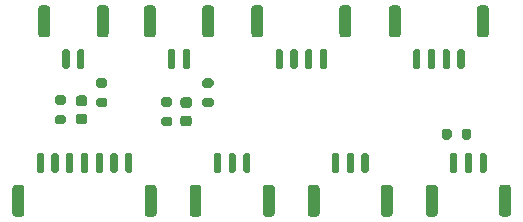
<source format=gbr>
%TF.GenerationSoftware,KiCad,Pcbnew,(5.1.8)-1*%
%TF.CreationDate,2021-02-11T10:10:36+01:00*%
%TF.ProjectId,shieldV1,73686965-6c64-4563-912e-6b696361645f,rev?*%
%TF.SameCoordinates,Original*%
%TF.FileFunction,Paste,Top*%
%TF.FilePolarity,Positive*%
%FSLAX46Y46*%
G04 Gerber Fmt 4.6, Leading zero omitted, Abs format (unit mm)*
G04 Created by KiCad (PCBNEW (5.1.8)-1) date 2021-02-11 10:10:36*
%MOMM*%
%LPD*%
G01*
G04 APERTURE LIST*
G04 APERTURE END LIST*
%TO.C,C2*%
G36*
G01*
X60679103Y-122237105D02*
X61179103Y-122237105D01*
G75*
G02*
X61404103Y-122462105I0J-225000D01*
G01*
X61404103Y-122912105D01*
G75*
G02*
X61179103Y-123137105I-225000J0D01*
G01*
X60679103Y-123137105D01*
G75*
G02*
X60454103Y-122912105I0J225000D01*
G01*
X60454103Y-122462105D01*
G75*
G02*
X60679103Y-122237105I225000J0D01*
G01*
G37*
G36*
G01*
X60679103Y-120687105D02*
X61179103Y-120687105D01*
G75*
G02*
X61404103Y-120912105I0J-225000D01*
G01*
X61404103Y-121362105D01*
G75*
G02*
X61179103Y-121587105I-225000J0D01*
G01*
X60679103Y-121587105D01*
G75*
G02*
X60454103Y-121362105I0J225000D01*
G01*
X60454103Y-120912105D01*
G75*
G02*
X60679103Y-120687105I225000J0D01*
G01*
G37*
%TD*%
%TO.C,C1*%
G36*
G01*
X51829103Y-122087105D02*
X52329103Y-122087105D01*
G75*
G02*
X52554103Y-122312105I0J-225000D01*
G01*
X52554103Y-122762105D01*
G75*
G02*
X52329103Y-122987105I-225000J0D01*
G01*
X51829103Y-122987105D01*
G75*
G02*
X51604103Y-122762105I0J225000D01*
G01*
X51604103Y-122312105D01*
G75*
G02*
X51829103Y-122087105I225000J0D01*
G01*
G37*
G36*
G01*
X51829103Y-120537105D02*
X52329103Y-120537105D01*
G75*
G02*
X52554103Y-120762105I0J-225000D01*
G01*
X52554103Y-121212105D01*
G75*
G02*
X52329103Y-121437105I-225000J0D01*
G01*
X51829103Y-121437105D01*
G75*
G02*
X51604103Y-121212105I0J225000D01*
G01*
X51604103Y-120762105D01*
G75*
G02*
X51829103Y-120537105I225000J0D01*
G01*
G37*
%TD*%
%TO.C,R5*%
G36*
G01*
X59004103Y-122337105D02*
X59554103Y-122337105D01*
G75*
G02*
X59754103Y-122537105I0J-200000D01*
G01*
X59754103Y-122937105D01*
G75*
G02*
X59554103Y-123137105I-200000J0D01*
G01*
X59004103Y-123137105D01*
G75*
G02*
X58804103Y-122937105I0J200000D01*
G01*
X58804103Y-122537105D01*
G75*
G02*
X59004103Y-122337105I200000J0D01*
G01*
G37*
G36*
G01*
X59004103Y-120687105D02*
X59554103Y-120687105D01*
G75*
G02*
X59754103Y-120887105I0J-200000D01*
G01*
X59754103Y-121287105D01*
G75*
G02*
X59554103Y-121487105I-200000J0D01*
G01*
X59004103Y-121487105D01*
G75*
G02*
X58804103Y-121287105I0J200000D01*
G01*
X58804103Y-120887105D01*
G75*
G02*
X59004103Y-120687105I200000J0D01*
G01*
G37*
%TD*%
%TO.C,R4*%
G36*
G01*
X50004103Y-122187105D02*
X50554103Y-122187105D01*
G75*
G02*
X50754103Y-122387105I0J-200000D01*
G01*
X50754103Y-122787105D01*
G75*
G02*
X50554103Y-122987105I-200000J0D01*
G01*
X50004103Y-122987105D01*
G75*
G02*
X49804103Y-122787105I0J200000D01*
G01*
X49804103Y-122387105D01*
G75*
G02*
X50004103Y-122187105I200000J0D01*
G01*
G37*
G36*
G01*
X50004103Y-120537105D02*
X50554103Y-120537105D01*
G75*
G02*
X50754103Y-120737105I0J-200000D01*
G01*
X50754103Y-121137105D01*
G75*
G02*
X50554103Y-121337105I-200000J0D01*
G01*
X50004103Y-121337105D01*
G75*
G02*
X49804103Y-121137105I0J200000D01*
G01*
X49804103Y-120737105D01*
G75*
G02*
X50004103Y-120537105I200000J0D01*
G01*
G37*
%TD*%
%TO.C,R3*%
G36*
G01*
X63054103Y-119887105D02*
X62504103Y-119887105D01*
G75*
G02*
X62304103Y-119687105I0J200000D01*
G01*
X62304103Y-119287105D01*
G75*
G02*
X62504103Y-119087105I200000J0D01*
G01*
X63054103Y-119087105D01*
G75*
G02*
X63254103Y-119287105I0J-200000D01*
G01*
X63254103Y-119687105D01*
G75*
G02*
X63054103Y-119887105I-200000J0D01*
G01*
G37*
G36*
G01*
X63054103Y-121537105D02*
X62504103Y-121537105D01*
G75*
G02*
X62304103Y-121337105I0J200000D01*
G01*
X62304103Y-120937105D01*
G75*
G02*
X62504103Y-120737105I200000J0D01*
G01*
X63054103Y-120737105D01*
G75*
G02*
X63254103Y-120937105I0J-200000D01*
G01*
X63254103Y-121337105D01*
G75*
G02*
X63054103Y-121537105I-200000J0D01*
G01*
G37*
%TD*%
%TO.C,R2*%
G36*
G01*
X54054103Y-119875000D02*
X53504103Y-119875000D01*
G75*
G02*
X53304103Y-119675000I0J200000D01*
G01*
X53304103Y-119275000D01*
G75*
G02*
X53504103Y-119075000I200000J0D01*
G01*
X54054103Y-119075000D01*
G75*
G02*
X54254103Y-119275000I0J-200000D01*
G01*
X54254103Y-119675000D01*
G75*
G02*
X54054103Y-119875000I-200000J0D01*
G01*
G37*
G36*
G01*
X54054103Y-121525000D02*
X53504103Y-121525000D01*
G75*
G02*
X53304103Y-121325000I0J200000D01*
G01*
X53304103Y-120925000D01*
G75*
G02*
X53504103Y-120725000I200000J0D01*
G01*
X54054103Y-120725000D01*
G75*
G02*
X54254103Y-120925000I0J-200000D01*
G01*
X54254103Y-121325000D01*
G75*
G02*
X54054103Y-121525000I-200000J0D01*
G01*
G37*
%TD*%
%TO.C,J10*%
G36*
G01*
X57429103Y-130552105D02*
X57429103Y-128352105D01*
G75*
G02*
X57679103Y-128102105I250000J0D01*
G01*
X58179103Y-128102105D01*
G75*
G02*
X58429103Y-128352105I0J-250000D01*
G01*
X58429103Y-130552105D01*
G75*
G02*
X58179103Y-130802105I-250000J0D01*
G01*
X57679103Y-130802105D01*
G75*
G02*
X57429103Y-130552105I0J250000D01*
G01*
G37*
G36*
G01*
X46229103Y-130552105D02*
X46229103Y-128352105D01*
G75*
G02*
X46479103Y-128102105I250000J0D01*
G01*
X46979103Y-128102105D01*
G75*
G02*
X47229103Y-128352105I0J-250000D01*
G01*
X47229103Y-130552105D01*
G75*
G02*
X46979103Y-130802105I-250000J0D01*
G01*
X46479103Y-130802105D01*
G75*
G02*
X46229103Y-130552105I0J250000D01*
G01*
G37*
G36*
G01*
X55779103Y-126952105D02*
X55779103Y-125552105D01*
G75*
G02*
X55929103Y-125402105I150000J0D01*
G01*
X56229103Y-125402105D01*
G75*
G02*
X56379103Y-125552105I0J-150000D01*
G01*
X56379103Y-126952105D01*
G75*
G02*
X56229103Y-127102105I-150000J0D01*
G01*
X55929103Y-127102105D01*
G75*
G02*
X55779103Y-126952105I0J150000D01*
G01*
G37*
G36*
G01*
X54529103Y-126952105D02*
X54529103Y-125552105D01*
G75*
G02*
X54679103Y-125402105I150000J0D01*
G01*
X54979103Y-125402105D01*
G75*
G02*
X55129103Y-125552105I0J-150000D01*
G01*
X55129103Y-126952105D01*
G75*
G02*
X54979103Y-127102105I-150000J0D01*
G01*
X54679103Y-127102105D01*
G75*
G02*
X54529103Y-126952105I0J150000D01*
G01*
G37*
G36*
G01*
X53279103Y-126952105D02*
X53279103Y-125552105D01*
G75*
G02*
X53429103Y-125402105I150000J0D01*
G01*
X53729103Y-125402105D01*
G75*
G02*
X53879103Y-125552105I0J-150000D01*
G01*
X53879103Y-126952105D01*
G75*
G02*
X53729103Y-127102105I-150000J0D01*
G01*
X53429103Y-127102105D01*
G75*
G02*
X53279103Y-126952105I0J150000D01*
G01*
G37*
G36*
G01*
X52029103Y-126952105D02*
X52029103Y-125552105D01*
G75*
G02*
X52179103Y-125402105I150000J0D01*
G01*
X52479103Y-125402105D01*
G75*
G02*
X52629103Y-125552105I0J-150000D01*
G01*
X52629103Y-126952105D01*
G75*
G02*
X52479103Y-127102105I-150000J0D01*
G01*
X52179103Y-127102105D01*
G75*
G02*
X52029103Y-126952105I0J150000D01*
G01*
G37*
G36*
G01*
X50779103Y-126952105D02*
X50779103Y-125552105D01*
G75*
G02*
X50929103Y-125402105I150000J0D01*
G01*
X51229103Y-125402105D01*
G75*
G02*
X51379103Y-125552105I0J-150000D01*
G01*
X51379103Y-126952105D01*
G75*
G02*
X51229103Y-127102105I-150000J0D01*
G01*
X50929103Y-127102105D01*
G75*
G02*
X50779103Y-126952105I0J150000D01*
G01*
G37*
G36*
G01*
X49529103Y-126952105D02*
X49529103Y-125552105D01*
G75*
G02*
X49679103Y-125402105I150000J0D01*
G01*
X49979103Y-125402105D01*
G75*
G02*
X50129103Y-125552105I0J-150000D01*
G01*
X50129103Y-126952105D01*
G75*
G02*
X49979103Y-127102105I-150000J0D01*
G01*
X49679103Y-127102105D01*
G75*
G02*
X49529103Y-126952105I0J150000D01*
G01*
G37*
G36*
G01*
X48279103Y-126952105D02*
X48279103Y-125552105D01*
G75*
G02*
X48429103Y-125402105I150000J0D01*
G01*
X48729103Y-125402105D01*
G75*
G02*
X48879103Y-125552105I0J-150000D01*
G01*
X48879103Y-126952105D01*
G75*
G02*
X48729103Y-127102105I-150000J0D01*
G01*
X48429103Y-127102105D01*
G75*
G02*
X48279103Y-126952105I0J150000D01*
G01*
G37*
%TD*%
%TO.C,J9*%
G36*
G01*
X58354103Y-113162105D02*
X58354103Y-115362105D01*
G75*
G02*
X58104103Y-115612105I-250000J0D01*
G01*
X57604103Y-115612105D01*
G75*
G02*
X57354103Y-115362105I0J250000D01*
G01*
X57354103Y-113162105D01*
G75*
G02*
X57604103Y-112912105I250000J0D01*
G01*
X58104103Y-112912105D01*
G75*
G02*
X58354103Y-113162105I0J-250000D01*
G01*
G37*
G36*
G01*
X63304103Y-113162105D02*
X63304103Y-115362105D01*
G75*
G02*
X63054103Y-115612105I-250000J0D01*
G01*
X62554103Y-115612105D01*
G75*
G02*
X62304103Y-115362105I0J250000D01*
G01*
X62304103Y-113162105D01*
G75*
G02*
X62554103Y-112912105I250000J0D01*
G01*
X63054103Y-112912105D01*
G75*
G02*
X63304103Y-113162105I0J-250000D01*
G01*
G37*
G36*
G01*
X60004103Y-116762105D02*
X60004103Y-118162105D01*
G75*
G02*
X59854103Y-118312105I-150000J0D01*
G01*
X59554103Y-118312105D01*
G75*
G02*
X59404103Y-118162105I0J150000D01*
G01*
X59404103Y-116762105D01*
G75*
G02*
X59554103Y-116612105I150000J0D01*
G01*
X59854103Y-116612105D01*
G75*
G02*
X60004103Y-116762105I0J-150000D01*
G01*
G37*
G36*
G01*
X61254103Y-116762105D02*
X61254103Y-118162105D01*
G75*
G02*
X61104103Y-118312105I-150000J0D01*
G01*
X60804103Y-118312105D01*
G75*
G02*
X60654103Y-118162105I0J150000D01*
G01*
X60654103Y-116762105D01*
G75*
G02*
X60804103Y-116612105I150000J0D01*
G01*
X61104103Y-116612105D01*
G75*
G02*
X61254103Y-116762105I0J-150000D01*
G01*
G37*
%TD*%
%TO.C,J8*%
G36*
G01*
X49414103Y-113162105D02*
X49414103Y-115362105D01*
G75*
G02*
X49164103Y-115612105I-250000J0D01*
G01*
X48664103Y-115612105D01*
G75*
G02*
X48414103Y-115362105I0J250000D01*
G01*
X48414103Y-113162105D01*
G75*
G02*
X48664103Y-112912105I250000J0D01*
G01*
X49164103Y-112912105D01*
G75*
G02*
X49414103Y-113162105I0J-250000D01*
G01*
G37*
G36*
G01*
X54364103Y-113162105D02*
X54364103Y-115362105D01*
G75*
G02*
X54114103Y-115612105I-250000J0D01*
G01*
X53614103Y-115612105D01*
G75*
G02*
X53364103Y-115362105I0J250000D01*
G01*
X53364103Y-113162105D01*
G75*
G02*
X53614103Y-112912105I250000J0D01*
G01*
X54114103Y-112912105D01*
G75*
G02*
X54364103Y-113162105I0J-250000D01*
G01*
G37*
G36*
G01*
X51064103Y-116762105D02*
X51064103Y-118162105D01*
G75*
G02*
X50914103Y-118312105I-150000J0D01*
G01*
X50614103Y-118312105D01*
G75*
G02*
X50464103Y-118162105I0J150000D01*
G01*
X50464103Y-116762105D01*
G75*
G02*
X50614103Y-116612105I150000J0D01*
G01*
X50914103Y-116612105D01*
G75*
G02*
X51064103Y-116762105I0J-150000D01*
G01*
G37*
G36*
G01*
X52314103Y-116762105D02*
X52314103Y-118162105D01*
G75*
G02*
X52164103Y-118312105I-150000J0D01*
G01*
X51864103Y-118312105D01*
G75*
G02*
X51714103Y-118162105I0J150000D01*
G01*
X51714103Y-116762105D01*
G75*
G02*
X51864103Y-116612105I150000J0D01*
G01*
X52164103Y-116612105D01*
G75*
G02*
X52314103Y-116762105I0J-150000D01*
G01*
G37*
%TD*%
%TO.C,J7*%
G36*
G01*
X67429103Y-130552105D02*
X67429103Y-128352105D01*
G75*
G02*
X67679103Y-128102105I250000J0D01*
G01*
X68179103Y-128102105D01*
G75*
G02*
X68429103Y-128352105I0J-250000D01*
G01*
X68429103Y-130552105D01*
G75*
G02*
X68179103Y-130802105I-250000J0D01*
G01*
X67679103Y-130802105D01*
G75*
G02*
X67429103Y-130552105I0J250000D01*
G01*
G37*
G36*
G01*
X61229103Y-130552105D02*
X61229103Y-128352105D01*
G75*
G02*
X61479103Y-128102105I250000J0D01*
G01*
X61979103Y-128102105D01*
G75*
G02*
X62229103Y-128352105I0J-250000D01*
G01*
X62229103Y-130552105D01*
G75*
G02*
X61979103Y-130802105I-250000J0D01*
G01*
X61479103Y-130802105D01*
G75*
G02*
X61229103Y-130552105I0J250000D01*
G01*
G37*
G36*
G01*
X65779103Y-126952105D02*
X65779103Y-125552105D01*
G75*
G02*
X65929103Y-125402105I150000J0D01*
G01*
X66229103Y-125402105D01*
G75*
G02*
X66379103Y-125552105I0J-150000D01*
G01*
X66379103Y-126952105D01*
G75*
G02*
X66229103Y-127102105I-150000J0D01*
G01*
X65929103Y-127102105D01*
G75*
G02*
X65779103Y-126952105I0J150000D01*
G01*
G37*
G36*
G01*
X64529103Y-126952105D02*
X64529103Y-125552105D01*
G75*
G02*
X64679103Y-125402105I150000J0D01*
G01*
X64979103Y-125402105D01*
G75*
G02*
X65129103Y-125552105I0J-150000D01*
G01*
X65129103Y-126952105D01*
G75*
G02*
X64979103Y-127102105I-150000J0D01*
G01*
X64679103Y-127102105D01*
G75*
G02*
X64529103Y-126952105I0J150000D01*
G01*
G37*
G36*
G01*
X63279103Y-126952105D02*
X63279103Y-125552105D01*
G75*
G02*
X63429103Y-125402105I150000J0D01*
G01*
X63729103Y-125402105D01*
G75*
G02*
X63879103Y-125552105I0J-150000D01*
G01*
X63879103Y-126952105D01*
G75*
G02*
X63729103Y-127102105I-150000J0D01*
G01*
X63429103Y-127102105D01*
G75*
G02*
X63279103Y-126952105I0J150000D01*
G01*
G37*
%TD*%
%TO.C,J6*%
G36*
G01*
X77429103Y-130552105D02*
X77429103Y-128352105D01*
G75*
G02*
X77679103Y-128102105I250000J0D01*
G01*
X78179103Y-128102105D01*
G75*
G02*
X78429103Y-128352105I0J-250000D01*
G01*
X78429103Y-130552105D01*
G75*
G02*
X78179103Y-130802105I-250000J0D01*
G01*
X77679103Y-130802105D01*
G75*
G02*
X77429103Y-130552105I0J250000D01*
G01*
G37*
G36*
G01*
X71229103Y-130552105D02*
X71229103Y-128352105D01*
G75*
G02*
X71479103Y-128102105I250000J0D01*
G01*
X71979103Y-128102105D01*
G75*
G02*
X72229103Y-128352105I0J-250000D01*
G01*
X72229103Y-130552105D01*
G75*
G02*
X71979103Y-130802105I-250000J0D01*
G01*
X71479103Y-130802105D01*
G75*
G02*
X71229103Y-130552105I0J250000D01*
G01*
G37*
G36*
G01*
X75779103Y-126952105D02*
X75779103Y-125552105D01*
G75*
G02*
X75929103Y-125402105I150000J0D01*
G01*
X76229103Y-125402105D01*
G75*
G02*
X76379103Y-125552105I0J-150000D01*
G01*
X76379103Y-126952105D01*
G75*
G02*
X76229103Y-127102105I-150000J0D01*
G01*
X75929103Y-127102105D01*
G75*
G02*
X75779103Y-126952105I0J150000D01*
G01*
G37*
G36*
G01*
X74529103Y-126952105D02*
X74529103Y-125552105D01*
G75*
G02*
X74679103Y-125402105I150000J0D01*
G01*
X74979103Y-125402105D01*
G75*
G02*
X75129103Y-125552105I0J-150000D01*
G01*
X75129103Y-126952105D01*
G75*
G02*
X74979103Y-127102105I-150000J0D01*
G01*
X74679103Y-127102105D01*
G75*
G02*
X74529103Y-126952105I0J150000D01*
G01*
G37*
G36*
G01*
X73279103Y-126952105D02*
X73279103Y-125552105D01*
G75*
G02*
X73429103Y-125402105I150000J0D01*
G01*
X73729103Y-125402105D01*
G75*
G02*
X73879103Y-125552105I0J-150000D01*
G01*
X73879103Y-126952105D01*
G75*
G02*
X73729103Y-127102105I-150000J0D01*
G01*
X73429103Y-127102105D01*
G75*
G02*
X73279103Y-126952105I0J150000D01*
G01*
G37*
%TD*%
%TO.C,R1*%
G36*
G01*
X84254103Y-124087105D02*
X84254103Y-123537105D01*
G75*
G02*
X84454103Y-123337105I200000J0D01*
G01*
X84854103Y-123337105D01*
G75*
G02*
X85054103Y-123537105I0J-200000D01*
G01*
X85054103Y-124087105D01*
G75*
G02*
X84854103Y-124287105I-200000J0D01*
G01*
X84454103Y-124287105D01*
G75*
G02*
X84254103Y-124087105I0J200000D01*
G01*
G37*
G36*
G01*
X82604103Y-124087105D02*
X82604103Y-123537105D01*
G75*
G02*
X82804103Y-123337105I200000J0D01*
G01*
X83204103Y-123337105D01*
G75*
G02*
X83404103Y-123537105I0J-200000D01*
G01*
X83404103Y-124087105D01*
G75*
G02*
X83204103Y-124287105I-200000J0D01*
G01*
X82804103Y-124287105D01*
G75*
G02*
X82604103Y-124087105I0J200000D01*
G01*
G37*
%TD*%
%TO.C,J5*%
G36*
G01*
X87429103Y-130552105D02*
X87429103Y-128352105D01*
G75*
G02*
X87679103Y-128102105I250000J0D01*
G01*
X88179103Y-128102105D01*
G75*
G02*
X88429103Y-128352105I0J-250000D01*
G01*
X88429103Y-130552105D01*
G75*
G02*
X88179103Y-130802105I-250000J0D01*
G01*
X87679103Y-130802105D01*
G75*
G02*
X87429103Y-130552105I0J250000D01*
G01*
G37*
G36*
G01*
X81229103Y-130552105D02*
X81229103Y-128352105D01*
G75*
G02*
X81479103Y-128102105I250000J0D01*
G01*
X81979103Y-128102105D01*
G75*
G02*
X82229103Y-128352105I0J-250000D01*
G01*
X82229103Y-130552105D01*
G75*
G02*
X81979103Y-130802105I-250000J0D01*
G01*
X81479103Y-130802105D01*
G75*
G02*
X81229103Y-130552105I0J250000D01*
G01*
G37*
G36*
G01*
X85779103Y-126952105D02*
X85779103Y-125552105D01*
G75*
G02*
X85929103Y-125402105I150000J0D01*
G01*
X86229103Y-125402105D01*
G75*
G02*
X86379103Y-125552105I0J-150000D01*
G01*
X86379103Y-126952105D01*
G75*
G02*
X86229103Y-127102105I-150000J0D01*
G01*
X85929103Y-127102105D01*
G75*
G02*
X85779103Y-126952105I0J150000D01*
G01*
G37*
G36*
G01*
X84529103Y-126952105D02*
X84529103Y-125552105D01*
G75*
G02*
X84679103Y-125402105I150000J0D01*
G01*
X84979103Y-125402105D01*
G75*
G02*
X85129103Y-125552105I0J-150000D01*
G01*
X85129103Y-126952105D01*
G75*
G02*
X84979103Y-127102105I-150000J0D01*
G01*
X84679103Y-127102105D01*
G75*
G02*
X84529103Y-126952105I0J150000D01*
G01*
G37*
G36*
G01*
X83279103Y-126952105D02*
X83279103Y-125552105D01*
G75*
G02*
X83429103Y-125402105I150000J0D01*
G01*
X83729103Y-125402105D01*
G75*
G02*
X83879103Y-125552105I0J-150000D01*
G01*
X83879103Y-126952105D01*
G75*
G02*
X83729103Y-127102105I-150000J0D01*
G01*
X83429103Y-127102105D01*
G75*
G02*
X83279103Y-126952105I0J150000D01*
G01*
G37*
%TD*%
%TO.C,J4*%
G36*
G01*
X67464103Y-113162105D02*
X67464103Y-115362105D01*
G75*
G02*
X67214103Y-115612105I-250000J0D01*
G01*
X66714103Y-115612105D01*
G75*
G02*
X66464103Y-115362105I0J250000D01*
G01*
X66464103Y-113162105D01*
G75*
G02*
X66714103Y-112912105I250000J0D01*
G01*
X67214103Y-112912105D01*
G75*
G02*
X67464103Y-113162105I0J-250000D01*
G01*
G37*
G36*
G01*
X74914103Y-113162105D02*
X74914103Y-115362105D01*
G75*
G02*
X74664103Y-115612105I-250000J0D01*
G01*
X74164103Y-115612105D01*
G75*
G02*
X73914103Y-115362105I0J250000D01*
G01*
X73914103Y-113162105D01*
G75*
G02*
X74164103Y-112912105I250000J0D01*
G01*
X74664103Y-112912105D01*
G75*
G02*
X74914103Y-113162105I0J-250000D01*
G01*
G37*
G36*
G01*
X69114103Y-116762105D02*
X69114103Y-118162105D01*
G75*
G02*
X68964103Y-118312105I-150000J0D01*
G01*
X68664103Y-118312105D01*
G75*
G02*
X68514103Y-118162105I0J150000D01*
G01*
X68514103Y-116762105D01*
G75*
G02*
X68664103Y-116612105I150000J0D01*
G01*
X68964103Y-116612105D01*
G75*
G02*
X69114103Y-116762105I0J-150000D01*
G01*
G37*
G36*
G01*
X70364103Y-116762105D02*
X70364103Y-118162105D01*
G75*
G02*
X70214103Y-118312105I-150000J0D01*
G01*
X69914103Y-118312105D01*
G75*
G02*
X69764103Y-118162105I0J150000D01*
G01*
X69764103Y-116762105D01*
G75*
G02*
X69914103Y-116612105I150000J0D01*
G01*
X70214103Y-116612105D01*
G75*
G02*
X70364103Y-116762105I0J-150000D01*
G01*
G37*
G36*
G01*
X71614103Y-116762105D02*
X71614103Y-118162105D01*
G75*
G02*
X71464103Y-118312105I-150000J0D01*
G01*
X71164103Y-118312105D01*
G75*
G02*
X71014103Y-118162105I0J150000D01*
G01*
X71014103Y-116762105D01*
G75*
G02*
X71164103Y-116612105I150000J0D01*
G01*
X71464103Y-116612105D01*
G75*
G02*
X71614103Y-116762105I0J-150000D01*
G01*
G37*
G36*
G01*
X72864103Y-116762105D02*
X72864103Y-118162105D01*
G75*
G02*
X72714103Y-118312105I-150000J0D01*
G01*
X72414103Y-118312105D01*
G75*
G02*
X72264103Y-118162105I0J150000D01*
G01*
X72264103Y-116762105D01*
G75*
G02*
X72414103Y-116612105I150000J0D01*
G01*
X72714103Y-116612105D01*
G75*
G02*
X72864103Y-116762105I0J-150000D01*
G01*
G37*
%TD*%
%TO.C,J3*%
G36*
G01*
X79104103Y-113162105D02*
X79104103Y-115362105D01*
G75*
G02*
X78854103Y-115612105I-250000J0D01*
G01*
X78354103Y-115612105D01*
G75*
G02*
X78104103Y-115362105I0J250000D01*
G01*
X78104103Y-113162105D01*
G75*
G02*
X78354103Y-112912105I250000J0D01*
G01*
X78854103Y-112912105D01*
G75*
G02*
X79104103Y-113162105I0J-250000D01*
G01*
G37*
G36*
G01*
X86554103Y-113162105D02*
X86554103Y-115362105D01*
G75*
G02*
X86304103Y-115612105I-250000J0D01*
G01*
X85804103Y-115612105D01*
G75*
G02*
X85554103Y-115362105I0J250000D01*
G01*
X85554103Y-113162105D01*
G75*
G02*
X85804103Y-112912105I250000J0D01*
G01*
X86304103Y-112912105D01*
G75*
G02*
X86554103Y-113162105I0J-250000D01*
G01*
G37*
G36*
G01*
X80754103Y-116762105D02*
X80754103Y-118162105D01*
G75*
G02*
X80604103Y-118312105I-150000J0D01*
G01*
X80304103Y-118312105D01*
G75*
G02*
X80154103Y-118162105I0J150000D01*
G01*
X80154103Y-116762105D01*
G75*
G02*
X80304103Y-116612105I150000J0D01*
G01*
X80604103Y-116612105D01*
G75*
G02*
X80754103Y-116762105I0J-150000D01*
G01*
G37*
G36*
G01*
X82004103Y-116762105D02*
X82004103Y-118162105D01*
G75*
G02*
X81854103Y-118312105I-150000J0D01*
G01*
X81554103Y-118312105D01*
G75*
G02*
X81404103Y-118162105I0J150000D01*
G01*
X81404103Y-116762105D01*
G75*
G02*
X81554103Y-116612105I150000J0D01*
G01*
X81854103Y-116612105D01*
G75*
G02*
X82004103Y-116762105I0J-150000D01*
G01*
G37*
G36*
G01*
X83254103Y-116762105D02*
X83254103Y-118162105D01*
G75*
G02*
X83104103Y-118312105I-150000J0D01*
G01*
X82804103Y-118312105D01*
G75*
G02*
X82654103Y-118162105I0J150000D01*
G01*
X82654103Y-116762105D01*
G75*
G02*
X82804103Y-116612105I150000J0D01*
G01*
X83104103Y-116612105D01*
G75*
G02*
X83254103Y-116762105I0J-150000D01*
G01*
G37*
G36*
G01*
X84504103Y-116762105D02*
X84504103Y-118162105D01*
G75*
G02*
X84354103Y-118312105I-150000J0D01*
G01*
X84054103Y-118312105D01*
G75*
G02*
X83904103Y-118162105I0J150000D01*
G01*
X83904103Y-116762105D01*
G75*
G02*
X84054103Y-116612105I150000J0D01*
G01*
X84354103Y-116612105D01*
G75*
G02*
X84504103Y-116762105I0J-150000D01*
G01*
G37*
%TD*%
M02*

</source>
